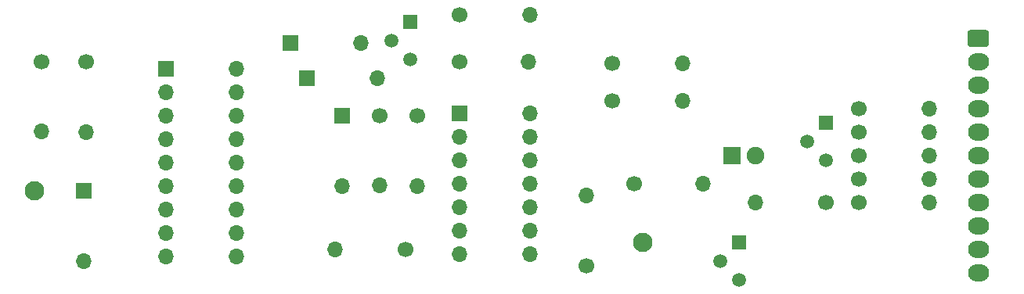
<source format=gbr>
%TF.GenerationSoftware,KiCad,Pcbnew,5.1.6-c6e7f7d~86~ubuntu16.04.1*%
%TF.CreationDate,2020-07-04T05:21:27+01:00*%
%TF.ProjectId,g850-pic-prog,67383530-2d70-4696-932d-70726f672e6b,rev?*%
%TF.SameCoordinates,Original*%
%TF.FileFunction,Soldermask,Bot*%
%TF.FilePolarity,Negative*%
%FSLAX46Y46*%
G04 Gerber Fmt 4.6, Leading zero omitted, Abs format (unit mm)*
G04 Created by KiCad (PCBNEW 5.1.6-c6e7f7d~86~ubuntu16.04.1) date 2020-07-04 05:21:27*
%MOMM*%
%LPD*%
G01*
G04 APERTURE LIST*
%ADD10C,1.497000*%
%ADD11R,1.497000X1.497000*%
%ADD12O,1.700000X1.700000*%
%ADD13R,1.700000X1.700000*%
%ADD14C,2.100000*%
%ADD15C,1.700000*%
%ADD16O,2.290000X1.840000*%
%ADD17C,1.900000*%
%ADD18R,1.900000X1.900000*%
G04 APERTURE END LIST*
D10*
%TO.C,Q2*%
X183388000Y-86106000D03*
X181356000Y-84074000D03*
D11*
X183388000Y-82042000D03*
%TD*%
D12*
%TO.C,U2*%
X119634000Y-76200000D03*
X112014000Y-96520000D03*
X119634000Y-78740000D03*
X112014000Y-93980000D03*
X119634000Y-81280000D03*
X112014000Y-91440000D03*
X119634000Y-83820000D03*
X112014000Y-88900000D03*
X119634000Y-86360000D03*
X112014000Y-86360000D03*
X119634000Y-88900000D03*
X112014000Y-83820000D03*
X119634000Y-91440000D03*
X112014000Y-81280000D03*
X119634000Y-93980000D03*
X112014000Y-78740000D03*
X119634000Y-96520000D03*
D13*
X112014000Y-76200000D03*
%TD*%
D12*
%TO.C,U1*%
X151384000Y-81026000D03*
X143764000Y-96266000D03*
X151384000Y-83566000D03*
X143764000Y-93726000D03*
X151384000Y-86106000D03*
X143764000Y-91186000D03*
X151384000Y-88646000D03*
X143764000Y-88646000D03*
X151384000Y-91186000D03*
X143764000Y-86106000D03*
X151384000Y-93726000D03*
X143764000Y-83566000D03*
X151384000Y-96266000D03*
D13*
X143764000Y-81026000D03*
%TD*%
D14*
%TO.C,TP2*%
X97790000Y-89408000D03*
%TD*%
%TO.C,TP1*%
X163576000Y-94996000D03*
%TD*%
D12*
%TO.C,R13*%
X194564000Y-80518000D03*
D15*
X186944000Y-80518000D03*
%TD*%
D12*
%TO.C,R12*%
X194564000Y-90678000D03*
D15*
X186944000Y-90678000D03*
%TD*%
D12*
%TO.C,R11*%
X167962000Y-79614000D03*
D15*
X160342000Y-79614000D03*
%TD*%
D12*
%TO.C,R10*%
X157480000Y-89916000D03*
D15*
X157480000Y-97536000D03*
%TD*%
D12*
%TO.C,R9*%
X194564000Y-88138000D03*
D15*
X186944000Y-88138000D03*
%TD*%
D12*
%TO.C,R8*%
X194564000Y-85598000D03*
D15*
X186944000Y-85598000D03*
%TD*%
D12*
%TO.C,R7*%
X167962000Y-75564000D03*
D15*
X160342000Y-75564000D03*
%TD*%
D12*
%TO.C,R6*%
X194564000Y-83058000D03*
D15*
X186944000Y-83058000D03*
%TD*%
D12*
%TO.C,R5*%
X151384000Y-70358000D03*
D15*
X143764000Y-70358000D03*
%TD*%
D12*
%TO.C,R4*%
X130302000Y-95758000D03*
D15*
X137922000Y-95758000D03*
%TD*%
D12*
%TO.C,R3*%
X175768000Y-90678000D03*
D15*
X183388000Y-90678000D03*
%TD*%
D12*
%TO.C,R2*%
X103378000Y-83058000D03*
D15*
X103378000Y-75438000D03*
%TD*%
D12*
%TO.C,R1*%
X139192000Y-88900000D03*
D15*
X139192000Y-81280000D03*
%TD*%
D10*
%TO.C,Q3*%
X173990000Y-99060000D03*
X171958000Y-97028000D03*
D11*
X173990000Y-94996000D03*
%TD*%
D10*
%TO.C,Q1*%
X138430000Y-75184000D03*
X136398000Y-73152000D03*
D11*
X138430000Y-71120000D03*
%TD*%
D16*
%TO.C,J1*%
X199898000Y-98298000D03*
X199898000Y-95758000D03*
X199898000Y-93218000D03*
X199898000Y-90678000D03*
X199898000Y-88138000D03*
X199898000Y-85598000D03*
X199898000Y-83058000D03*
X199898000Y-80518000D03*
X199898000Y-77978000D03*
X199898000Y-75438000D03*
G36*
G01*
X199017367Y-71978000D02*
X200778633Y-71978000D01*
G75*
G02*
X201043000Y-72242367I0J-264367D01*
G01*
X201043000Y-73553633D01*
G75*
G02*
X200778633Y-73818000I-264367J0D01*
G01*
X199017367Y-73818000D01*
G75*
G02*
X198753000Y-73553633I0J264367D01*
G01*
X198753000Y-72242367D01*
G75*
G02*
X199017367Y-71978000I264367J0D01*
G01*
G37*
%TD*%
D17*
%TO.C,D5*%
X175768000Y-85598000D03*
D18*
X173228000Y-85598000D03*
%TD*%
D12*
%TO.C,D4*%
X103124000Y-97028000D03*
D13*
X103124000Y-89408000D03*
%TD*%
D12*
%TO.C,D3*%
X133096000Y-73406000D03*
D13*
X125476000Y-73406000D03*
%TD*%
D12*
%TO.C,D2*%
X134874000Y-77216000D03*
D13*
X127254000Y-77216000D03*
%TD*%
D12*
%TO.C,D1*%
X131064000Y-88900000D03*
D13*
X131064000Y-81280000D03*
%TD*%
D12*
%TO.C,C4*%
X98552000Y-82938000D03*
D15*
X98552000Y-75438000D03*
%TD*%
D12*
%TO.C,C3*%
X170162000Y-88614000D03*
D15*
X162662000Y-88614000D03*
%TD*%
D12*
%TO.C,C2*%
X151264000Y-75438000D03*
D15*
X143764000Y-75438000D03*
%TD*%
D12*
%TO.C,C1*%
X135128000Y-88780000D03*
D15*
X135128000Y-81280000D03*
%TD*%
M02*

</source>
